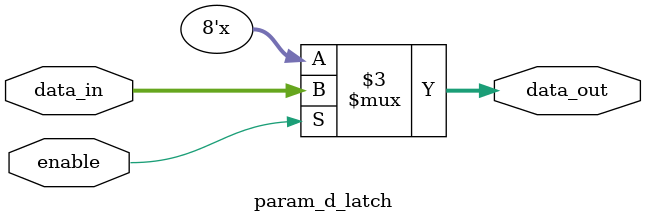
<source format=sv>
module param_d_latch #(
    parameter WIDTH = 8
)(
    input wire [WIDTH-1:0] data_in,
    input wire enable,
    output reg [WIDTH-1:0] data_out
);
    always @* begin
        if (enable)
            data_out = data_in;
    end
endmodule
</source>
